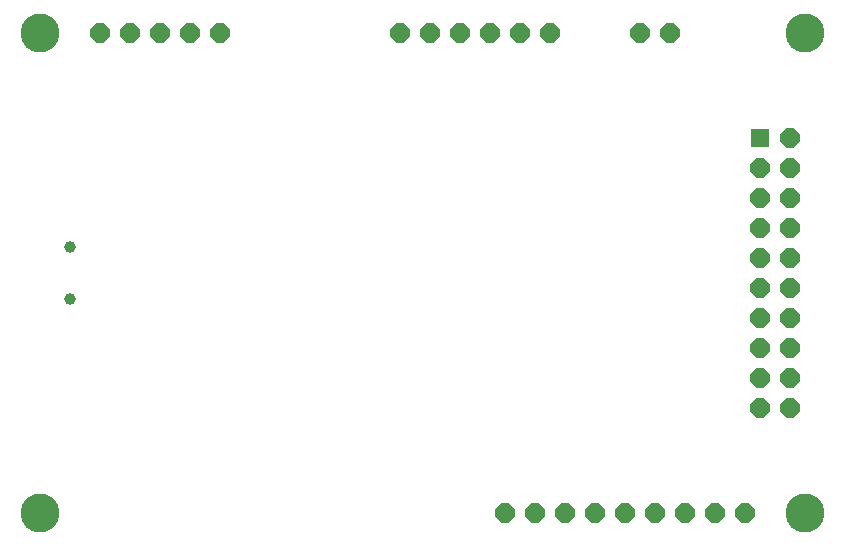
<source format=gbs>
G75*
G70*
%OFA0B0*%
%FSLAX24Y24*%
%IPPOS*%
%LPD*%
%AMOC8*
5,1,8,0,0,1.08239X$1,22.5*
%
%ADD10C,0.1300*%
%ADD11OC8,0.0640*%
%ADD12R,0.0640X0.0640*%
%ADD13C,0.0394*%
D10*
X001454Y001202D03*
X001454Y017202D03*
X026954Y017202D03*
X026954Y001202D03*
D11*
X024954Y001202D03*
X023954Y001202D03*
X022954Y001202D03*
X021954Y001202D03*
X020954Y001202D03*
X019954Y001202D03*
X018954Y001202D03*
X017954Y001202D03*
X016954Y001202D03*
X025454Y004702D03*
X026454Y004702D03*
X026454Y005702D03*
X025454Y005702D03*
X025454Y006702D03*
X026454Y006702D03*
X026454Y007702D03*
X025454Y007702D03*
X025454Y008702D03*
X026454Y008702D03*
X026454Y009702D03*
X025454Y009702D03*
X025454Y010702D03*
X026454Y010702D03*
X026454Y011702D03*
X025454Y011702D03*
X025454Y012702D03*
X026454Y012702D03*
X026454Y013702D03*
X022454Y017202D03*
X021454Y017202D03*
X018454Y017202D03*
X017454Y017202D03*
X016454Y017202D03*
X015454Y017202D03*
X014454Y017202D03*
X013454Y017202D03*
X007454Y017202D03*
X006454Y017202D03*
X005454Y017202D03*
X004454Y017202D03*
X003454Y017202D03*
D12*
X025454Y013702D03*
D13*
X002454Y010068D03*
X002454Y008335D03*
M02*

</source>
